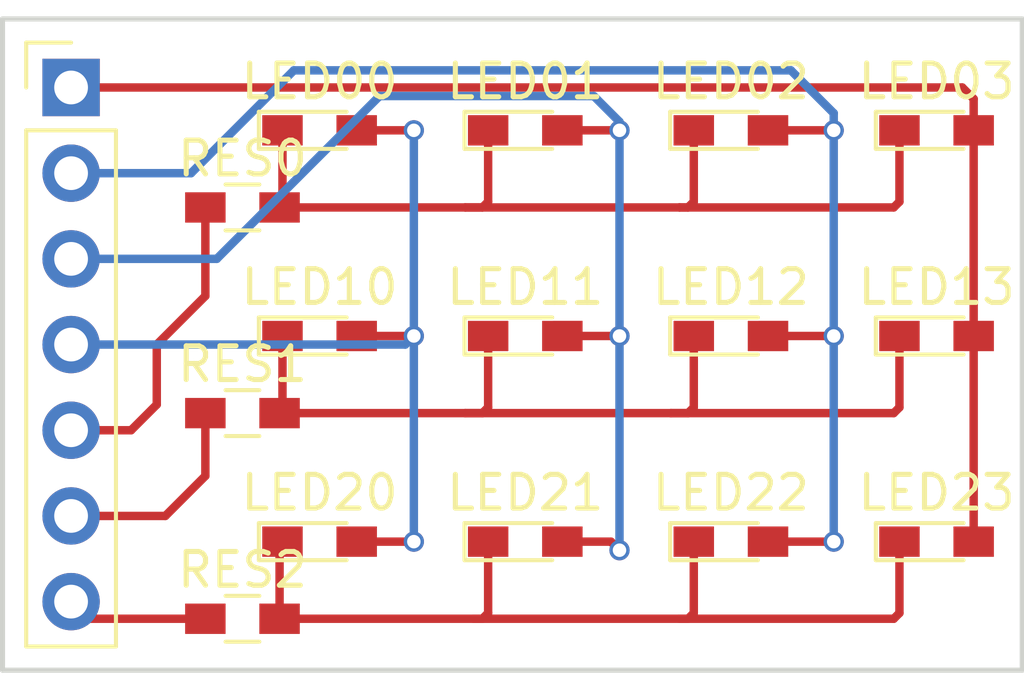
<source format=kicad_pcb>
(kicad_pcb (version 4) (host pcbnew 4.0.7-e2-6376~58~ubuntu16.04.1)

  (general
    (links 0)
    (no_connects 0)
    (area 0 0 0 0)
    (thickness 1.6)
    (drawings 4)
    (tracks 90)
    (zones 0)
    (modules 16)
    (nets 1)
  )

  (page A4)
  (layers
    (0 F.Cu signal)
    (31 B.Cu signal)
    (32 B.Adhes user)
    (33 F.Adhes user)
    (34 B.Paste user)
    (35 F.Paste user)
    (36 B.SilkS user)
    (37 F.SilkS user)
    (38 B.Mask user)
    (39 F.Mask user)
    (40 Dwgs.User user)
    (41 Cmts.User user)
    (42 Eco1.User user)
    (43 Eco2.User user)
    (44 Edge.Cuts user)
    (45 Margin user)
    (46 B.CrtYd user)
    (47 F.CrtYd user)
    (48 B.Fab user)
    (49 F.Fab user)
  )

  (setup
    (last_trace_width 0.25)
    (trace_clearance 0.2)
    (zone_clearance 0.508)
    (zone_45_only no)
    (trace_min 0.2)
    (segment_width 0.2)
    (edge_width 0.15)
    (via_size 0.6)
    (via_drill 0.4)
    (via_min_size 0.4)
    (via_min_drill 0.3)
    (uvia_size 0.3)
    (uvia_drill 0.1)
    (uvias_allowed no)
    (uvia_min_size 0.2)
    (uvia_min_drill 0.1)
    (pcb_text_width 0.3)
    (pcb_text_size 1.5 1.5)
    (mod_edge_width 0.15)
    (mod_text_size 1 1)
    (mod_text_width 0.15)
    (pad_size 1.524 1.524)
    (pad_drill 0.762)
    (pad_to_mask_clearance 0.2)
    (aux_axis_origin 0 0)
    (visible_elements FFFFFF7F)
    (pcbplotparams
      (layerselection 0x00030_80000001)
      (usegerberextensions false)
      (excludeedgelayer true)
      (linewidth 0.150000)
      (plotframeref false)
      (viasonmask false)
      (mode 1)
      (useauxorigin false)
      (hpglpennumber 1)
      (hpglpenspeed 20)
      (hpglpendiameter 15)
      (hpglpenoverlay 2)
      (psnegative false)
      (psa4output false)
      (plotreference true)
      (plotvalue true)
      (plotinvisibletext false)
      (padsonsilk false)
      (subtractmaskfromsilk false)
      (outputformat 1)
      (mirror false)
      (drillshape 1)
      (scaleselection 1)
      (outputdirectory ""))
  )

  (net 0 "")

  (net_class Default "This is the default net class."
    (clearance 0.2)
    (trace_width 0.25)
    (via_dia 0.6)
    (via_drill 0.4)
    (uvia_dia 0.3)
    (uvia_drill 0.1)
  )

  (module LEDs:LED_0603_HandSoldering (layer F.Cu) (tedit 5A822E68) (tstamp 5A8258EC)
    (at 148.844 66.802)
    (descr "LED SMD 0603, hand soldering")
    (tags "LED 0603")
    (attr smd)
    (fp_text reference LED00 (at 0 -1.45) (layer F.SilkS)
      (effects (font (size 1 1) (thickness 0.15)))
    )
    (fp_text value "" (at 0 1.55) (layer F.Fab)
      (effects (font (size 1 1) (thickness 0.15)))
    )
    (fp_line (start -1.8 -0.55) (end -1.8 0.55) (layer F.SilkS) (width 0.12))
    (fp_line (start -0.2 -0.2) (end -0.2 0.2) (layer F.Fab) (width 0.1))
    (fp_line (start -0.15 0) (end 0.15 -0.2) (layer F.Fab) (width 0.1))
    (fp_line (start 0.15 0.2) (end -0.15 0) (layer F.Fab) (width 0.1))
    (fp_line (start 0.15 -0.2) (end 0.15 0.2) (layer F.Fab) (width 0.1))
    (fp_line (start 0.8 0.4) (end -0.8 0.4) (layer F.Fab) (width 0.1))
    (fp_line (start 0.8 -0.4) (end 0.8 0.4) (layer F.Fab) (width 0.1))
    (fp_line (start -0.8 -0.4) (end 0.8 -0.4) (layer F.Fab) (width 0.1))
    (fp_line (start -1.8 0.55) (end 0.8 0.55) (layer F.SilkS) (width 0.12))
    (fp_line (start -1.8 -0.55) (end 0.8 -0.55) (layer F.SilkS) (width 0.12))
    (fp_line (start -1.96 -0.7) (end 1.95 -0.7) (layer F.CrtYd) (width 0.05))
    (fp_line (start -1.96 -0.7) (end -1.96 0.7) (layer F.CrtYd) (width 0.05))
    (fp_line (start 1.95 0.7) (end 1.95 -0.7) (layer F.CrtYd) (width 0.05))
    (fp_line (start 1.95 0.7) (end -1.96 0.7) (layer F.CrtYd) (width 0.05))
    (fp_line (start -0.8 -0.4) (end -0.8 0.4) (layer F.Fab) (width 0.1))
    (pad 1 smd rect (at -1.1 0) (size 1.2 0.9) (layers F.Cu F.Paste F.Mask))
    (pad 2 smd rect (at 1.1 0) (size 1.2 0.9) (layers F.Cu F.Paste F.Mask))
    (model ${KISYS3DMOD}/LEDs.3dshapes/LED_0603.wrl
      (at (xyz 0 0 0))
      (scale (xyz 1 1 1))
      (rotate (xyz 0 0 180))
    )
  )

  (module LEDs:LED_0603_HandSoldering (layer F.Cu) (tedit 5A822E9C) (tstamp 5A825915)
    (at 154.94 66.802)
    (descr "LED SMD 0603, hand soldering")
    (tags "LED 0603")
    (attr smd)
    (fp_text reference LED01 (at 0 -1.45) (layer F.SilkS)
      (effects (font (size 1 1) (thickness 0.15)))
    )
    (fp_text value "" (at 0 1.55) (layer F.Fab)
      (effects (font (size 1 1) (thickness 0.15)))
    )
    (fp_line (start -1.8 -0.55) (end -1.8 0.55) (layer F.SilkS) (width 0.12))
    (fp_line (start -0.2 -0.2) (end -0.2 0.2) (layer F.Fab) (width 0.1))
    (fp_line (start -0.15 0) (end 0.15 -0.2) (layer F.Fab) (width 0.1))
    (fp_line (start 0.15 0.2) (end -0.15 0) (layer F.Fab) (width 0.1))
    (fp_line (start 0.15 -0.2) (end 0.15 0.2) (layer F.Fab) (width 0.1))
    (fp_line (start 0.8 0.4) (end -0.8 0.4) (layer F.Fab) (width 0.1))
    (fp_line (start 0.8 -0.4) (end 0.8 0.4) (layer F.Fab) (width 0.1))
    (fp_line (start -0.8 -0.4) (end 0.8 -0.4) (layer F.Fab) (width 0.1))
    (fp_line (start -1.8 0.55) (end 0.8 0.55) (layer F.SilkS) (width 0.12))
    (fp_line (start -1.8 -0.55) (end 0.8 -0.55) (layer F.SilkS) (width 0.12))
    (fp_line (start -1.96 -0.7) (end 1.95 -0.7) (layer F.CrtYd) (width 0.05))
    (fp_line (start -1.96 -0.7) (end -1.96 0.7) (layer F.CrtYd) (width 0.05))
    (fp_line (start 1.95 0.7) (end 1.95 -0.7) (layer F.CrtYd) (width 0.05))
    (fp_line (start 1.95 0.7) (end -1.96 0.7) (layer F.CrtYd) (width 0.05))
    (fp_line (start -0.8 -0.4) (end -0.8 0.4) (layer F.Fab) (width 0.1))
    (pad 1 smd rect (at -1.1 0) (size 1.2 0.9) (layers F.Cu F.Paste F.Mask))
    (pad 2 smd rect (at 1.1 0) (size 1.2 0.9) (layers F.Cu F.Paste F.Mask))
    (model ${KISYS3DMOD}/LEDs.3dshapes/LED_0603.wrl
      (at (xyz 0 0 0))
      (scale (xyz 1 1 1))
      (rotate (xyz 0 0 180))
    )
  )

  (module LEDs:LED_0603_HandSoldering (layer F.Cu) (tedit 5A822EBE) (tstamp 5A82593E)
    (at 161.036 66.802)
    (descr "LED SMD 0603, hand soldering")
    (tags "LED 0603")
    (attr smd)
    (fp_text reference LED02 (at 0 -1.45) (layer F.SilkS)
      (effects (font (size 1 1) (thickness 0.15)))
    )
    (fp_text value "" (at 0 1.55) (layer F.Fab)
      (effects (font (size 1 1) (thickness 0.15)))
    )
    (fp_line (start -1.8 -0.55) (end -1.8 0.55) (layer F.SilkS) (width 0.12))
    (fp_line (start -0.2 -0.2) (end -0.2 0.2) (layer F.Fab) (width 0.1))
    (fp_line (start -0.15 0) (end 0.15 -0.2) (layer F.Fab) (width 0.1))
    (fp_line (start 0.15 0.2) (end -0.15 0) (layer F.Fab) (width 0.1))
    (fp_line (start 0.15 -0.2) (end 0.15 0.2) (layer F.Fab) (width 0.1))
    (fp_line (start 0.8 0.4) (end -0.8 0.4) (layer F.Fab) (width 0.1))
    (fp_line (start 0.8 -0.4) (end 0.8 0.4) (layer F.Fab) (width 0.1))
    (fp_line (start -0.8 -0.4) (end 0.8 -0.4) (layer F.Fab) (width 0.1))
    (fp_line (start -1.8 0.55) (end 0.8 0.55) (layer F.SilkS) (width 0.12))
    (fp_line (start -1.8 -0.55) (end 0.8 -0.55) (layer F.SilkS) (width 0.12))
    (fp_line (start -1.96 -0.7) (end 1.95 -0.7) (layer F.CrtYd) (width 0.05))
    (fp_line (start -1.96 -0.7) (end -1.96 0.7) (layer F.CrtYd) (width 0.05))
    (fp_line (start 1.95 0.7) (end 1.95 -0.7) (layer F.CrtYd) (width 0.05))
    (fp_line (start 1.95 0.7) (end -1.96 0.7) (layer F.CrtYd) (width 0.05))
    (fp_line (start -0.8 -0.4) (end -0.8 0.4) (layer F.Fab) (width 0.1))
    (pad 1 smd rect (at -1.1 0) (size 1.2 0.9) (layers F.Cu F.Paste F.Mask))
    (pad 2 smd rect (at 1.1 0) (size 1.2 0.9) (layers F.Cu F.Paste F.Mask))
    (model ${KISYS3DMOD}/LEDs.3dshapes/LED_0603.wrl
      (at (xyz 0 0 0))
      (scale (xyz 1 1 1))
      (rotate (xyz 0 0 180))
    )
  )

  (module LEDs:LED_0603_HandSoldering (layer F.Cu) (tedit 5A822ED3) (tstamp 5A825967)
    (at 167.132 66.802)
    (descr "LED SMD 0603, hand soldering")
    (tags "LED 0603")
    (attr smd)
    (fp_text reference LED03 (at 0 -1.45) (layer F.SilkS)
      (effects (font (size 1 1) (thickness 0.15)))
    )
    (fp_text value "" (at 0 1.55) (layer F.Fab)
      (effects (font (size 1 1) (thickness 0.15)))
    )
    (fp_line (start -1.8 -0.55) (end -1.8 0.55) (layer F.SilkS) (width 0.12))
    (fp_line (start -0.2 -0.2) (end -0.2 0.2) (layer F.Fab) (width 0.1))
    (fp_line (start -0.15 0) (end 0.15 -0.2) (layer F.Fab) (width 0.1))
    (fp_line (start 0.15 0.2) (end -0.15 0) (layer F.Fab) (width 0.1))
    (fp_line (start 0.15 -0.2) (end 0.15 0.2) (layer F.Fab) (width 0.1))
    (fp_line (start 0.8 0.4) (end -0.8 0.4) (layer F.Fab) (width 0.1))
    (fp_line (start 0.8 -0.4) (end 0.8 0.4) (layer F.Fab) (width 0.1))
    (fp_line (start -0.8 -0.4) (end 0.8 -0.4) (layer F.Fab) (width 0.1))
    (fp_line (start -1.8 0.55) (end 0.8 0.55) (layer F.SilkS) (width 0.12))
    (fp_line (start -1.8 -0.55) (end 0.8 -0.55) (layer F.SilkS) (width 0.12))
    (fp_line (start -1.96 -0.7) (end 1.95 -0.7) (layer F.CrtYd) (width 0.05))
    (fp_line (start -1.96 -0.7) (end -1.96 0.7) (layer F.CrtYd) (width 0.05))
    (fp_line (start 1.95 0.7) (end 1.95 -0.7) (layer F.CrtYd) (width 0.05))
    (fp_line (start 1.95 0.7) (end -1.96 0.7) (layer F.CrtYd) (width 0.05))
    (fp_line (start -0.8 -0.4) (end -0.8 0.4) (layer F.Fab) (width 0.1))
    (pad 1 smd rect (at -1.1 0) (size 1.2 0.9) (layers F.Cu F.Paste F.Mask))
    (pad 2 smd rect (at 1.1 0) (size 1.2 0.9) (layers F.Cu F.Paste F.Mask))
    (model ${KISYS3DMOD}/LEDs.3dshapes/LED_0603.wrl
      (at (xyz 0 0 0))
      (scale (xyz 1 1 1))
      (rotate (xyz 0 0 180))
    )
  )

  (module LEDs:LED_0603_HandSoldering (layer F.Cu) (tedit 5A822EED) (tstamp 5A825990)
    (at 148.844 72.898)
    (descr "LED SMD 0603, hand soldering")
    (tags "LED 0603")
    (attr smd)
    (fp_text reference LED10 (at 0 -1.45) (layer F.SilkS)
      (effects (font (size 1 1) (thickness 0.15)))
    )
    (fp_text value "" (at 0 1.55) (layer F.Fab)
      (effects (font (size 1 1) (thickness 0.15)))
    )
    (fp_line (start -1.8 -0.55) (end -1.8 0.55) (layer F.SilkS) (width 0.12))
    (fp_line (start -0.2 -0.2) (end -0.2 0.2) (layer F.Fab) (width 0.1))
    (fp_line (start -0.15 0) (end 0.15 -0.2) (layer F.Fab) (width 0.1))
    (fp_line (start 0.15 0.2) (end -0.15 0) (layer F.Fab) (width 0.1))
    (fp_line (start 0.15 -0.2) (end 0.15 0.2) (layer F.Fab) (width 0.1))
    (fp_line (start 0.8 0.4) (end -0.8 0.4) (layer F.Fab) (width 0.1))
    (fp_line (start 0.8 -0.4) (end 0.8 0.4) (layer F.Fab) (width 0.1))
    (fp_line (start -0.8 -0.4) (end 0.8 -0.4) (layer F.Fab) (width 0.1))
    (fp_line (start -1.8 0.55) (end 0.8 0.55) (layer F.SilkS) (width 0.12))
    (fp_line (start -1.8 -0.55) (end 0.8 -0.55) (layer F.SilkS) (width 0.12))
    (fp_line (start -1.96 -0.7) (end 1.95 -0.7) (layer F.CrtYd) (width 0.05))
    (fp_line (start -1.96 -0.7) (end -1.96 0.7) (layer F.CrtYd) (width 0.05))
    (fp_line (start 1.95 0.7) (end 1.95 -0.7) (layer F.CrtYd) (width 0.05))
    (fp_line (start 1.95 0.7) (end -1.96 0.7) (layer F.CrtYd) (width 0.05))
    (fp_line (start -0.8 -0.4) (end -0.8 0.4) (layer F.Fab) (width 0.1))
    (pad 1 smd rect (at -1.1 0) (size 1.2 0.9) (layers F.Cu F.Paste F.Mask))
    (pad 2 smd rect (at 1.1 0) (size 1.2 0.9) (layers F.Cu F.Paste F.Mask))
    (model ${KISYS3DMOD}/LEDs.3dshapes/LED_0603.wrl
      (at (xyz 0 0 0))
      (scale (xyz 1 1 1))
      (rotate (xyz 0 0 180))
    )
  )

  (module LEDs:LED_0603_HandSoldering (layer F.Cu) (tedit 5A822F0F) (tstamp 5A8259B9)
    (at 154.94 72.898)
    (descr "LED SMD 0603, hand soldering")
    (tags "LED 0603")
    (attr smd)
    (fp_text reference LED11 (at 0 -1.45) (layer F.SilkS)
      (effects (font (size 1 1) (thickness 0.15)))
    )
    (fp_text value "" (at 0 1.55) (layer F.Fab)
      (effects (font (size 1 1) (thickness 0.15)))
    )
    (fp_line (start -1.8 -0.55) (end -1.8 0.55) (layer F.SilkS) (width 0.12))
    (fp_line (start -0.2 -0.2) (end -0.2 0.2) (layer F.Fab) (width 0.1))
    (fp_line (start -0.15 0) (end 0.15 -0.2) (layer F.Fab) (width 0.1))
    (fp_line (start 0.15 0.2) (end -0.15 0) (layer F.Fab) (width 0.1))
    (fp_line (start 0.15 -0.2) (end 0.15 0.2) (layer F.Fab) (width 0.1))
    (fp_line (start 0.8 0.4) (end -0.8 0.4) (layer F.Fab) (width 0.1))
    (fp_line (start 0.8 -0.4) (end 0.8 0.4) (layer F.Fab) (width 0.1))
    (fp_line (start -0.8 -0.4) (end 0.8 -0.4) (layer F.Fab) (width 0.1))
    (fp_line (start -1.8 0.55) (end 0.8 0.55) (layer F.SilkS) (width 0.12))
    (fp_line (start -1.8 -0.55) (end 0.8 -0.55) (layer F.SilkS) (width 0.12))
    (fp_line (start -1.96 -0.7) (end 1.95 -0.7) (layer F.CrtYd) (width 0.05))
    (fp_line (start -1.96 -0.7) (end -1.96 0.7) (layer F.CrtYd) (width 0.05))
    (fp_line (start 1.95 0.7) (end 1.95 -0.7) (layer F.CrtYd) (width 0.05))
    (fp_line (start 1.95 0.7) (end -1.96 0.7) (layer F.CrtYd) (width 0.05))
    (fp_line (start -0.8 -0.4) (end -0.8 0.4) (layer F.Fab) (width 0.1))
    (pad 1 smd rect (at -1.1 0) (size 1.2 0.9) (layers F.Cu F.Paste F.Mask))
    (pad 2 smd rect (at 1.1 0) (size 1.2 0.9) (layers F.Cu F.Paste F.Mask))
    (model ${KISYS3DMOD}/LEDs.3dshapes/LED_0603.wrl
      (at (xyz 0 0 0))
      (scale (xyz 1 1 1))
      (rotate (xyz 0 0 180))
    )
  )

  (module LEDs:LED_0603_HandSoldering (layer F.Cu) (tedit 5A822F28) (tstamp 5A8259E2)
    (at 161.036 72.898)
    (descr "LED SMD 0603, hand soldering")
    (tags "LED 0603")
    (attr smd)
    (fp_text reference LED12 (at 0 -1.45) (layer F.SilkS)
      (effects (font (size 1 1) (thickness 0.15)))
    )
    (fp_text value "" (at 0 1.55) (layer F.Fab)
      (effects (font (size 1 1) (thickness 0.15)))
    )
    (fp_line (start -1.8 -0.55) (end -1.8 0.55) (layer F.SilkS) (width 0.12))
    (fp_line (start -0.2 -0.2) (end -0.2 0.2) (layer F.Fab) (width 0.1))
    (fp_line (start -0.15 0) (end 0.15 -0.2) (layer F.Fab) (width 0.1))
    (fp_line (start 0.15 0.2) (end -0.15 0) (layer F.Fab) (width 0.1))
    (fp_line (start 0.15 -0.2) (end 0.15 0.2) (layer F.Fab) (width 0.1))
    (fp_line (start 0.8 0.4) (end -0.8 0.4) (layer F.Fab) (width 0.1))
    (fp_line (start 0.8 -0.4) (end 0.8 0.4) (layer F.Fab) (width 0.1))
    (fp_line (start -0.8 -0.4) (end 0.8 -0.4) (layer F.Fab) (width 0.1))
    (fp_line (start -1.8 0.55) (end 0.8 0.55) (layer F.SilkS) (width 0.12))
    (fp_line (start -1.8 -0.55) (end 0.8 -0.55) (layer F.SilkS) (width 0.12))
    (fp_line (start -1.96 -0.7) (end 1.95 -0.7) (layer F.CrtYd) (width 0.05))
    (fp_line (start -1.96 -0.7) (end -1.96 0.7) (layer F.CrtYd) (width 0.05))
    (fp_line (start 1.95 0.7) (end 1.95 -0.7) (layer F.CrtYd) (width 0.05))
    (fp_line (start 1.95 0.7) (end -1.96 0.7) (layer F.CrtYd) (width 0.05))
    (fp_line (start -0.8 -0.4) (end -0.8 0.4) (layer F.Fab) (width 0.1))
    (pad 1 smd rect (at -1.1 0) (size 1.2 0.9) (layers F.Cu F.Paste F.Mask))
    (pad 2 smd rect (at 1.1 0) (size 1.2 0.9) (layers F.Cu F.Paste F.Mask))
    (model ${KISYS3DMOD}/LEDs.3dshapes/LED_0603.wrl
      (at (xyz 0 0 0))
      (scale (xyz 1 1 1))
      (rotate (xyz 0 0 180))
    )
  )

  (module LEDs:LED_0603_HandSoldering (layer F.Cu) (tedit 5A822F3D) (tstamp 5A825A0B)
    (at 167.132 72.898)
    (descr "LED SMD 0603, hand soldering")
    (tags "LED 0603")
    (attr smd)
    (fp_text reference LED13 (at 0 -1.45) (layer F.SilkS)
      (effects (font (size 1 1) (thickness 0.15)))
    )
    (fp_text value "" (at 0 1.55) (layer F.Fab)
      (effects (font (size 1 1) (thickness 0.15)))
    )
    (fp_line (start -1.8 -0.55) (end -1.8 0.55) (layer F.SilkS) (width 0.12))
    (fp_line (start -0.2 -0.2) (end -0.2 0.2) (layer F.Fab) (width 0.1))
    (fp_line (start -0.15 0) (end 0.15 -0.2) (layer F.Fab) (width 0.1))
    (fp_line (start 0.15 0.2) (end -0.15 0) (layer F.Fab) (width 0.1))
    (fp_line (start 0.15 -0.2) (end 0.15 0.2) (layer F.Fab) (width 0.1))
    (fp_line (start 0.8 0.4) (end -0.8 0.4) (layer F.Fab) (width 0.1))
    (fp_line (start 0.8 -0.4) (end 0.8 0.4) (layer F.Fab) (width 0.1))
    (fp_line (start -0.8 -0.4) (end 0.8 -0.4) (layer F.Fab) (width 0.1))
    (fp_line (start -1.8 0.55) (end 0.8 0.55) (layer F.SilkS) (width 0.12))
    (fp_line (start -1.8 -0.55) (end 0.8 -0.55) (layer F.SilkS) (width 0.12))
    (fp_line (start -1.96 -0.7) (end 1.95 -0.7) (layer F.CrtYd) (width 0.05))
    (fp_line (start -1.96 -0.7) (end -1.96 0.7) (layer F.CrtYd) (width 0.05))
    (fp_line (start 1.95 0.7) (end 1.95 -0.7) (layer F.CrtYd) (width 0.05))
    (fp_line (start 1.95 0.7) (end -1.96 0.7) (layer F.CrtYd) (width 0.05))
    (fp_line (start -0.8 -0.4) (end -0.8 0.4) (layer F.Fab) (width 0.1))
    (pad 1 smd rect (at -1.1 0) (size 1.2 0.9) (layers F.Cu F.Paste F.Mask))
    (pad 2 smd rect (at 1.1 0) (size 1.2 0.9) (layers F.Cu F.Paste F.Mask))
    (model ${KISYS3DMOD}/LEDs.3dshapes/LED_0603.wrl
      (at (xyz 0 0 0))
      (scale (xyz 1 1 1))
      (rotate (xyz 0 0 180))
    )
  )

  (module LEDs:LED_0603_HandSoldering (layer F.Cu) (tedit 5A822F96) (tstamp 5A825A34)
    (at 167.132 78.994)
    (descr "LED SMD 0603, hand soldering")
    (tags "LED 0603")
    (attr smd)
    (fp_text reference LED23 (at 0 -1.45) (layer F.SilkS)
      (effects (font (size 1 1) (thickness 0.15)))
    )
    (fp_text value "" (at 0 1.55) (layer F.Fab)
      (effects (font (size 1 1) (thickness 0.15)))
    )
    (fp_line (start -1.8 -0.55) (end -1.8 0.55) (layer F.SilkS) (width 0.12))
    (fp_line (start -0.2 -0.2) (end -0.2 0.2) (layer F.Fab) (width 0.1))
    (fp_line (start -0.15 0) (end 0.15 -0.2) (layer F.Fab) (width 0.1))
    (fp_line (start 0.15 0.2) (end -0.15 0) (layer F.Fab) (width 0.1))
    (fp_line (start 0.15 -0.2) (end 0.15 0.2) (layer F.Fab) (width 0.1))
    (fp_line (start 0.8 0.4) (end -0.8 0.4) (layer F.Fab) (width 0.1))
    (fp_line (start 0.8 -0.4) (end 0.8 0.4) (layer F.Fab) (width 0.1))
    (fp_line (start -0.8 -0.4) (end 0.8 -0.4) (layer F.Fab) (width 0.1))
    (fp_line (start -1.8 0.55) (end 0.8 0.55) (layer F.SilkS) (width 0.12))
    (fp_line (start -1.8 -0.55) (end 0.8 -0.55) (layer F.SilkS) (width 0.12))
    (fp_line (start -1.96 -0.7) (end 1.95 -0.7) (layer F.CrtYd) (width 0.05))
    (fp_line (start -1.96 -0.7) (end -1.96 0.7) (layer F.CrtYd) (width 0.05))
    (fp_line (start 1.95 0.7) (end 1.95 -0.7) (layer F.CrtYd) (width 0.05))
    (fp_line (start 1.95 0.7) (end -1.96 0.7) (layer F.CrtYd) (width 0.05))
    (fp_line (start -0.8 -0.4) (end -0.8 0.4) (layer F.Fab) (width 0.1))
    (pad 1 smd rect (at -1.1 0) (size 1.2 0.9) (layers F.Cu F.Paste F.Mask))
    (pad 2 smd rect (at 1.1 0) (size 1.2 0.9) (layers F.Cu F.Paste F.Mask))
    (model ${KISYS3DMOD}/LEDs.3dshapes/LED_0603.wrl
      (at (xyz 0 0 0))
      (scale (xyz 1 1 1))
      (rotate (xyz 0 0 180))
    )
  )

  (module LEDs:LED_0603_HandSoldering (layer F.Cu) (tedit 5A822F81) (tstamp 5A825A5D)
    (at 161.036 78.994)
    (descr "LED SMD 0603, hand soldering")
    (tags "LED 0603")
    (attr smd)
    (fp_text reference LED22 (at 0 -1.45) (layer F.SilkS)
      (effects (font (size 1 1) (thickness 0.15)))
    )
    (fp_text value "" (at 0 1.55) (layer F.Fab)
      (effects (font (size 1 1) (thickness 0.15)))
    )
    (fp_line (start -1.8 -0.55) (end -1.8 0.55) (layer F.SilkS) (width 0.12))
    (fp_line (start -0.2 -0.2) (end -0.2 0.2) (layer F.Fab) (width 0.1))
    (fp_line (start -0.15 0) (end 0.15 -0.2) (layer F.Fab) (width 0.1))
    (fp_line (start 0.15 0.2) (end -0.15 0) (layer F.Fab) (width 0.1))
    (fp_line (start 0.15 -0.2) (end 0.15 0.2) (layer F.Fab) (width 0.1))
    (fp_line (start 0.8 0.4) (end -0.8 0.4) (layer F.Fab) (width 0.1))
    (fp_line (start 0.8 -0.4) (end 0.8 0.4) (layer F.Fab) (width 0.1))
    (fp_line (start -0.8 -0.4) (end 0.8 -0.4) (layer F.Fab) (width 0.1))
    (fp_line (start -1.8 0.55) (end 0.8 0.55) (layer F.SilkS) (width 0.12))
    (fp_line (start -1.8 -0.55) (end 0.8 -0.55) (layer F.SilkS) (width 0.12))
    (fp_line (start -1.96 -0.7) (end 1.95 -0.7) (layer F.CrtYd) (width 0.05))
    (fp_line (start -1.96 -0.7) (end -1.96 0.7) (layer F.CrtYd) (width 0.05))
    (fp_line (start 1.95 0.7) (end 1.95 -0.7) (layer F.CrtYd) (width 0.05))
    (fp_line (start 1.95 0.7) (end -1.96 0.7) (layer F.CrtYd) (width 0.05))
    (fp_line (start -0.8 -0.4) (end -0.8 0.4) (layer F.Fab) (width 0.1))
    (pad 1 smd rect (at -1.1 0) (size 1.2 0.9) (layers F.Cu F.Paste F.Mask))
    (pad 2 smd rect (at 1.1 0) (size 1.2 0.9) (layers F.Cu F.Paste F.Mask))
    (model ${KISYS3DMOD}/LEDs.3dshapes/LED_0603.wrl
      (at (xyz 0 0 0))
      (scale (xyz 1 1 1))
      (rotate (xyz 0 0 180))
    )
  )

  (module LEDs:LED_0603_HandSoldering (layer F.Cu) (tedit 5A822F6E) (tstamp 5A825A86)
    (at 154.94 78.994)
    (descr "LED SMD 0603, hand soldering")
    (tags "LED 0603")
    (attr smd)
    (fp_text reference LED21 (at 0 -1.45) (layer F.SilkS)
      (effects (font (size 1 1) (thickness 0.15)))
    )
    (fp_text value "" (at 0 1.55) (layer F.Fab)
      (effects (font (size 1 1) (thickness 0.15)))
    )
    (fp_line (start -1.8 -0.55) (end -1.8 0.55) (layer F.SilkS) (width 0.12))
    (fp_line (start -0.2 -0.2) (end -0.2 0.2) (layer F.Fab) (width 0.1))
    (fp_line (start -0.15 0) (end 0.15 -0.2) (layer F.Fab) (width 0.1))
    (fp_line (start 0.15 0.2) (end -0.15 0) (layer F.Fab) (width 0.1))
    (fp_line (start 0.15 -0.2) (end 0.15 0.2) (layer F.Fab) (width 0.1))
    (fp_line (start 0.8 0.4) (end -0.8 0.4) (layer F.Fab) (width 0.1))
    (fp_line (start 0.8 -0.4) (end 0.8 0.4) (layer F.Fab) (width 0.1))
    (fp_line (start -0.8 -0.4) (end 0.8 -0.4) (layer F.Fab) (width 0.1))
    (fp_line (start -1.8 0.55) (end 0.8 0.55) (layer F.SilkS) (width 0.12))
    (fp_line (start -1.8 -0.55) (end 0.8 -0.55) (layer F.SilkS) (width 0.12))
    (fp_line (start -1.96 -0.7) (end 1.95 -0.7) (layer F.CrtYd) (width 0.05))
    (fp_line (start -1.96 -0.7) (end -1.96 0.7) (layer F.CrtYd) (width 0.05))
    (fp_line (start 1.95 0.7) (end 1.95 -0.7) (layer F.CrtYd) (width 0.05))
    (fp_line (start 1.95 0.7) (end -1.96 0.7) (layer F.CrtYd) (width 0.05))
    (fp_line (start -0.8 -0.4) (end -0.8 0.4) (layer F.Fab) (width 0.1))
    (pad 1 smd rect (at -1.1 0) (size 1.2 0.9) (layers F.Cu F.Paste F.Mask))
    (pad 2 smd rect (at 1.1 0) (size 1.2 0.9) (layers F.Cu F.Paste F.Mask))
    (model ${KISYS3DMOD}/LEDs.3dshapes/LED_0603.wrl
      (at (xyz 0 0 0))
      (scale (xyz 1 1 1))
      (rotate (xyz 0 0 180))
    )
  )

  (module LEDs:LED_0603_HandSoldering (layer F.Cu) (tedit 5A822F5A) (tstamp 5A825AAF)
    (at 148.844 78.994)
    (descr "LED SMD 0603, hand soldering")
    (tags "LED 0603")
    (attr smd)
    (fp_text reference LED20 (at 0 -1.45) (layer F.SilkS)
      (effects (font (size 1 1) (thickness 0.15)))
    )
    (fp_text value "" (at 0 1.55) (layer F.Fab)
      (effects (font (size 1 1) (thickness 0.15)))
    )
    (fp_line (start -1.8 -0.55) (end -1.8 0.55) (layer F.SilkS) (width 0.12))
    (fp_line (start -0.2 -0.2) (end -0.2 0.2) (layer F.Fab) (width 0.1))
    (fp_line (start -0.15 0) (end 0.15 -0.2) (layer F.Fab) (width 0.1))
    (fp_line (start 0.15 0.2) (end -0.15 0) (layer F.Fab) (width 0.1))
    (fp_line (start 0.15 -0.2) (end 0.15 0.2) (layer F.Fab) (width 0.1))
    (fp_line (start 0.8 0.4) (end -0.8 0.4) (layer F.Fab) (width 0.1))
    (fp_line (start 0.8 -0.4) (end 0.8 0.4) (layer F.Fab) (width 0.1))
    (fp_line (start -0.8 -0.4) (end 0.8 -0.4) (layer F.Fab) (width 0.1))
    (fp_line (start -1.8 0.55) (end 0.8 0.55) (layer F.SilkS) (width 0.12))
    (fp_line (start -1.8 -0.55) (end 0.8 -0.55) (layer F.SilkS) (width 0.12))
    (fp_line (start -1.96 -0.7) (end 1.95 -0.7) (layer F.CrtYd) (width 0.05))
    (fp_line (start -1.96 -0.7) (end -1.96 0.7) (layer F.CrtYd) (width 0.05))
    (fp_line (start 1.95 0.7) (end 1.95 -0.7) (layer F.CrtYd) (width 0.05))
    (fp_line (start 1.95 0.7) (end -1.96 0.7) (layer F.CrtYd) (width 0.05))
    (fp_line (start -0.8 -0.4) (end -0.8 0.4) (layer F.Fab) (width 0.1))
    (pad 1 smd rect (at -1.1 0) (size 1.2 0.9) (layers F.Cu F.Paste F.Mask))
    (pad 2 smd rect (at 1.1 0) (size 1.2 0.9) (layers F.Cu F.Paste F.Mask))
    (model ${KISYS3DMOD}/LEDs.3dshapes/LED_0603.wrl
      (at (xyz 0 0 0))
      (scale (xyz 1 1 1))
      (rotate (xyz 0 0 180))
    )
  )

  (module Pin_Headers:Pin_Header_Straight_1x07_Pitch2.54mm (layer F.Cu) (tedit 5A8234EB) (tstamp 5A87FD2B)
    (at 141.478 65.532)
    (descr "Through hole straight pin header, 1x07, 2.54mm pitch, single row")
    (tags "Through hole pin header THT 1x07 2.54mm single row")
    (fp_text reference "" (at 0 -2.33) (layer F.SilkS)
      (effects (font (size 1 1) (thickness 0.15)))
    )
    (fp_text value "" (at 0 17.57) (layer F.Fab)
      (effects (font (size 1 1) (thickness 0.15)))
    )
    (fp_line (start -0.635 -1.27) (end 1.27 -1.27) (layer F.Fab) (width 0.1))
    (fp_line (start 1.27 -1.27) (end 1.27 16.51) (layer F.Fab) (width 0.1))
    (fp_line (start 1.27 16.51) (end -1.27 16.51) (layer F.Fab) (width 0.1))
    (fp_line (start -1.27 16.51) (end -1.27 -0.635) (layer F.Fab) (width 0.1))
    (fp_line (start -1.27 -0.635) (end -0.635 -1.27) (layer F.Fab) (width 0.1))
    (fp_line (start -1.33 16.57) (end 1.33 16.57) (layer F.SilkS) (width 0.12))
    (fp_line (start -1.33 1.27) (end -1.33 16.57) (layer F.SilkS) (width 0.12))
    (fp_line (start 1.33 1.27) (end 1.33 16.57) (layer F.SilkS) (width 0.12))
    (fp_line (start -1.33 1.27) (end 1.33 1.27) (layer F.SilkS) (width 0.12))
    (fp_line (start -1.33 0) (end -1.33 -1.33) (layer F.SilkS) (width 0.12))
    (fp_line (start -1.33 -1.33) (end 0 -1.33) (layer F.SilkS) (width 0.12))
    (fp_line (start -1.8 -1.8) (end -1.8 17.05) (layer F.CrtYd) (width 0.05))
    (fp_line (start -1.8 17.05) (end 1.8 17.05) (layer F.CrtYd) (width 0.05))
    (fp_line (start 1.8 17.05) (end 1.8 -1.8) (layer F.CrtYd) (width 0.05))
    (fp_line (start 1.8 -1.8) (end -1.8 -1.8) (layer F.CrtYd) (width 0.05))
    (fp_text user %R (at 0 7.62 90) (layer F.Fab)
      (effects (font (size 1 1) (thickness 0.15)))
    )
    (pad 1 thru_hole rect (at 0 0) (size 1.7 1.7) (drill 1) (layers *.Cu *.Mask))
    (pad 2 thru_hole oval (at 0 2.54) (size 1.7 1.7) (drill 1) (layers *.Cu *.Mask))
    (pad 3 thru_hole oval (at 0 5.08) (size 1.7 1.7) (drill 1) (layers *.Cu *.Mask))
    (pad 4 thru_hole oval (at 0 7.62) (size 1.7 1.7) (drill 1) (layers *.Cu *.Mask))
    (pad 5 thru_hole oval (at 0 10.16) (size 1.7 1.7) (drill 1) (layers *.Cu *.Mask))
    (pad 6 thru_hole oval (at 0 12.7) (size 1.7 1.7) (drill 1) (layers *.Cu *.Mask))
    (pad 7 thru_hole oval (at 0 15.24) (size 1.7 1.7) (drill 1) (layers *.Cu *.Mask))
    (model ${KISYS3DMOD}/Pin_Headers.3dshapes/Pin_Header_Straight_1x07_Pitch2.54mm.wrl
      (at (xyz 0 0 0))
      (scale (xyz 1 1 1))
      (rotate (xyz 0 0 0))
    )
  )

  (module Resistors_SMD:R_0603_HandSoldering (layer F.Cu) (tedit 5A8234DC) (tstamp 5A87FD95)
    (at 146.558 81.28)
    (descr "Resistor SMD 0603, hand soldering")
    (tags "resistor 0603")
    (attr smd)
    (fp_text reference RES2 (at 0 -1.45) (layer F.SilkS)
      (effects (font (size 1 1) (thickness 0.15)))
    )
    (fp_text value "" (at 0 1.55) (layer F.Fab)
      (effects (font (size 1 1) (thickness 0.15)))
    )
    (fp_text user "" (at 0 0) (layer F.Fab)
      (effects (font (size 0.4 0.4) (thickness 0.075)))
    )
    (fp_line (start -0.8 0.4) (end -0.8 -0.4) (layer F.Fab) (width 0.1))
    (fp_line (start 0.8 0.4) (end -0.8 0.4) (layer F.Fab) (width 0.1))
    (fp_line (start 0.8 -0.4) (end 0.8 0.4) (layer F.Fab) (width 0.1))
    (fp_line (start -0.8 -0.4) (end 0.8 -0.4) (layer F.Fab) (width 0.1))
    (fp_line (start 0.5 0.68) (end -0.5 0.68) (layer F.SilkS) (width 0.12))
    (fp_line (start -0.5 -0.68) (end 0.5 -0.68) (layer F.SilkS) (width 0.12))
    (fp_line (start -1.96 -0.7) (end 1.95 -0.7) (layer F.CrtYd) (width 0.05))
    (fp_line (start -1.96 -0.7) (end -1.96 0.7) (layer F.CrtYd) (width 0.05))
    (fp_line (start 1.95 0.7) (end 1.95 -0.7) (layer F.CrtYd) (width 0.05))
    (fp_line (start 1.95 0.7) (end -1.96 0.7) (layer F.CrtYd) (width 0.05))
    (pad 1 smd rect (at -1.1 0) (size 1.2 0.9) (layers F.Cu F.Paste F.Mask))
    (pad 2 smd rect (at 1.1 0) (size 1.2 0.9) (layers F.Cu F.Paste F.Mask))
    (model ${KISYS3DMOD}/Resistors_SMD.3dshapes/R_0603.wrl
      (at (xyz 0 0 0))
      (scale (xyz 1 1 1))
      (rotate (xyz 0 0 0))
    )
  )

  (module Resistors_SMD:R_0603_HandSoldering (layer F.Cu) (tedit 5A8234E2) (tstamp 5A87FDB8)
    (at 146.558 75.184)
    (descr "Resistor SMD 0603, hand soldering")
    (tags "resistor 0603")
    (attr smd)
    (fp_text reference RES1 (at 0 -1.45) (layer F.SilkS)
      (effects (font (size 1 1) (thickness 0.15)))
    )
    (fp_text value "" (at 0 1.55) (layer F.Fab)
      (effects (font (size 1 1) (thickness 0.15)))
    )
    (fp_text user "" (at 0 0) (layer F.Fab)
      (effects (font (size 0.4 0.4) (thickness 0.075)))
    )
    (fp_line (start -0.8 0.4) (end -0.8 -0.4) (layer F.Fab) (width 0.1))
    (fp_line (start 0.8 0.4) (end -0.8 0.4) (layer F.Fab) (width 0.1))
    (fp_line (start 0.8 -0.4) (end 0.8 0.4) (layer F.Fab) (width 0.1))
    (fp_line (start -0.8 -0.4) (end 0.8 -0.4) (layer F.Fab) (width 0.1))
    (fp_line (start 0.5 0.68) (end -0.5 0.68) (layer F.SilkS) (width 0.12))
    (fp_line (start -0.5 -0.68) (end 0.5 -0.68) (layer F.SilkS) (width 0.12))
    (fp_line (start -1.96 -0.7) (end 1.95 -0.7) (layer F.CrtYd) (width 0.05))
    (fp_line (start -1.96 -0.7) (end -1.96 0.7) (layer F.CrtYd) (width 0.05))
    (fp_line (start 1.95 0.7) (end 1.95 -0.7) (layer F.CrtYd) (width 0.05))
    (fp_line (start 1.95 0.7) (end -1.96 0.7) (layer F.CrtYd) (width 0.05))
    (pad 1 smd rect (at -1.1 0) (size 1.2 0.9) (layers F.Cu F.Paste F.Mask))
    (pad 2 smd rect (at 1.1 0) (size 1.2 0.9) (layers F.Cu F.Paste F.Mask))
    (model ${KISYS3DMOD}/Resistors_SMD.3dshapes/R_0603.wrl
      (at (xyz 0 0 0))
      (scale (xyz 1 1 1))
      (rotate (xyz 0 0 0))
    )
  )

  (module Resistors_SMD:R_0603_HandSoldering (layer F.Cu) (tedit 5A8234C3) (tstamp 5A87FDD9)
    (at 146.558 69.088)
    (descr "Resistor SMD 0603, hand soldering")
    (tags "resistor 0603")
    (attr smd)
    (fp_text reference RES0 (at 0 -1.45) (layer F.SilkS)
      (effects (font (size 1 1) (thickness 0.15)))
    )
    (fp_text value "" (at 0 1.55) (layer F.Fab)
      (effects (font (size 1 1) (thickness 0.15)))
    )
    (fp_text user "" (at 0 0) (layer F.Fab)
      (effects (font (size 0.4 0.4) (thickness 0.075)))
    )
    (fp_line (start -0.8 0.4) (end -0.8 -0.4) (layer F.Fab) (width 0.1))
    (fp_line (start 0.8 0.4) (end -0.8 0.4) (layer F.Fab) (width 0.1))
    (fp_line (start 0.8 -0.4) (end 0.8 0.4) (layer F.Fab) (width 0.1))
    (fp_line (start -0.8 -0.4) (end 0.8 -0.4) (layer F.Fab) (width 0.1))
    (fp_line (start 0.5 0.68) (end -0.5 0.68) (layer F.SilkS) (width 0.12))
    (fp_line (start -0.5 -0.68) (end 0.5 -0.68) (layer F.SilkS) (width 0.12))
    (fp_line (start -1.96 -0.7) (end 1.95 -0.7) (layer F.CrtYd) (width 0.05))
    (fp_line (start -1.96 -0.7) (end -1.96 0.7) (layer F.CrtYd) (width 0.05))
    (fp_line (start 1.95 0.7) (end 1.95 -0.7) (layer F.CrtYd) (width 0.05))
    (fp_line (start 1.95 0.7) (end -1.96 0.7) (layer F.CrtYd) (width 0.05))
    (pad 1 smd rect (at -1.1 0) (size 1.2 0.9) (layers F.Cu F.Paste F.Mask))
    (pad 2 smd rect (at 1.1 0) (size 1.2 0.9) (layers F.Cu F.Paste F.Mask))
    (model ${KISYS3DMOD}/Resistors_SMD.3dshapes/R_0603.wrl
      (at (xyz 0 0 0))
      (scale (xyz 1 1 1))
      (rotate (xyz 0 0 0))
    )
  )

  (gr_line (start 139.446 82.804) (end 139.446 63.5) (angle 90) (layer Edge.Cuts) (width 0.15))
  (gr_line (start 169.672 82.804) (end 139.446 82.804) (angle 90) (layer Edge.Cuts) (width 0.15))
  (gr_line (start 169.672 63.5) (end 169.672 82.804) (angle 90) (layer Edge.Cuts) (width 0.15))
  (gr_line (start 139.446 63.5) (end 169.672 63.5) (angle 90) (layer Edge.Cuts) (width 0.15))

  (segment (start 164.084 66.802) (end 164.084 66.294) (width 0.25) (layer B.Cu) (net 0))
  (segment (start 145.034 68.072) (end 141.478 68.072) (width 0.25) (layer B.Cu) (net 0) (tstamp 5A87FEF4))
  (segment (start 148.082 65.024) (end 145.034 68.072) (width 0.25) (layer B.Cu) (net 0) (tstamp 5A87FEF2))
  (segment (start 162.814 65.024) (end 148.082 65.024) (width 0.25) (layer B.Cu) (net 0) (tstamp 5A87FEF0))
  (segment (start 164.084 66.294) (end 162.814 65.024) (width 0.25) (layer B.Cu) (net 0) (tstamp 5A87FEEF))
  (segment (start 168.232 66.802) (end 168.232 65.87) (width 0.25) (layer F.Cu) (net 0))
  (segment (start 167.894 65.532) (end 141.478 65.532) (width 0.25) (layer F.Cu) (net 0) (tstamp 5A87FEEC))
  (segment (start 168.232 65.87) (end 167.894 65.532) (width 0.25) (layer F.Cu) (net 0) (tstamp 5A87FEEB))
  (segment (start 157.734 66.802) (end 157.734 66.548) (width 0.25) (layer B.Cu) (net 0))
  (segment (start 145.796 70.612) (end 141.478 70.612) (width 0.25) (layer B.Cu) (net 0) (tstamp 5A87FEDE))
  (segment (start 150.622 65.786) (end 145.796 70.612) (width 0.25) (layer B.Cu) (net 0) (tstamp 5A87FEDC))
  (segment (start 156.972 65.786) (end 150.622 65.786) (width 0.25) (layer B.Cu) (net 0) (tstamp 5A87FEDB))
  (segment (start 157.734 66.548) (end 156.972 65.786) (width 0.25) (layer B.Cu) (net 0) (tstamp 5A87FEDA))
  (segment (start 141.478 73.152) (end 151.384 73.152) (width 0.25) (layer B.Cu) (net 0))
  (segment (start 151.384 73.152) (end 151.638 72.898) (width 0.25) (layer B.Cu) (net 0) (tstamp 5A87FED8))
  (segment (start 145.458 69.088) (end 145.458 71.712) (width 0.25) (layer F.Cu) (net 0))
  (segment (start 143.256 75.692) (end 141.478 75.692) (width 0.25) (layer F.Cu) (net 0) (tstamp 5A87FED5))
  (segment (start 144.018 74.93) (end 143.256 75.692) (width 0.25) (layer F.Cu) (net 0) (tstamp 5A87FED4))
  (segment (start 144.018 73.152) (end 144.018 74.93) (width 0.25) (layer F.Cu) (net 0) (tstamp 5A87FED3))
  (segment (start 145.458 71.712) (end 144.018 73.152) (width 0.25) (layer F.Cu) (net 0) (tstamp 5A87FED1))
  (segment (start 166.032 72.898) (end 166.032 75.014) (width 0.25) (layer F.Cu) (net 0))
  (segment (start 165.862 75.184) (end 159.258 75.184) (width 0.25) (layer F.Cu) (net 0) (tstamp 5A87FECD))
  (segment (start 166.032 75.014) (end 165.862 75.184) (width 0.25) (layer F.Cu) (net 0) (tstamp 5A87FECC))
  (segment (start 159.936 72.898) (end 159.936 75.014) (width 0.25) (layer F.Cu) (net 0))
  (segment (start 159.766 75.184) (end 159.258 75.184) (width 0.25) (layer F.Cu) (net 0) (tstamp 5A87FEC7))
  (segment (start 159.258 75.184) (end 153.162 75.184) (width 0.25) (layer F.Cu) (net 0) (tstamp 5A87FECF))
  (segment (start 159.936 75.014) (end 159.766 75.184) (width 0.25) (layer F.Cu) (net 0) (tstamp 5A87FEC6))
  (segment (start 153.84 72.898) (end 153.84 75.014) (width 0.25) (layer F.Cu) (net 0))
  (segment (start 153.67 75.184) (end 153.162 75.184) (width 0.25) (layer F.Cu) (net 0) (tstamp 5A87FEC3))
  (segment (start 153.162 75.184) (end 147.658 75.184) (width 0.25) (layer F.Cu) (net 0) (tstamp 5A87FECA))
  (segment (start 153.84 75.014) (end 153.67 75.184) (width 0.25) (layer F.Cu) (net 0) (tstamp 5A87FEC2))
  (segment (start 166.032 66.802) (end 166.032 68.918) (width 0.25) (layer F.Cu) (net 0))
  (segment (start 165.862 69.088) (end 159.512 69.088) (width 0.25) (layer F.Cu) (net 0) (tstamp 5A87FEBE))
  (segment (start 166.032 68.918) (end 165.862 69.088) (width 0.25) (layer F.Cu) (net 0) (tstamp 5A87FEBD))
  (segment (start 159.936 66.802) (end 159.936 68.918) (width 0.25) (layer F.Cu) (net 0))
  (segment (start 159.766 69.088) (end 159.512 69.088) (width 0.25) (layer F.Cu) (net 0) (tstamp 5A87FEB7))
  (segment (start 159.512 69.088) (end 153.162 69.088) (width 0.25) (layer F.Cu) (net 0) (tstamp 5A87FEC0))
  (segment (start 159.936 68.918) (end 159.766 69.088) (width 0.25) (layer F.Cu) (net 0) (tstamp 5A87FEB6))
  (segment (start 153.84 66.802) (end 153.84 68.918) (width 0.25) (layer F.Cu) (net 0))
  (segment (start 153.67 69.088) (end 153.162 69.088) (width 0.25) (layer F.Cu) (net 0) (tstamp 5A87FEB3))
  (segment (start 153.162 69.088) (end 147.658 69.088) (width 0.25) (layer F.Cu) (net 0) (tstamp 5A87FEBA))
  (segment (start 153.84 68.918) (end 153.67 69.088) (width 0.25) (layer F.Cu) (net 0) (tstamp 5A87FEB2))
  (segment (start 147.744 66.802) (end 147.744 69.002) (width 0.25) (layer F.Cu) (net 0))
  (segment (start 147.744 69.002) (end 147.658 69.088) (width 0.25) (layer F.Cu) (net 0) (tstamp 5A87FEAF))
  (segment (start 149.944 78.994) (end 151.638 78.994) (width 0.25) (layer F.Cu) (net 0))
  (segment (start 151.638 78.994) (end 151.638 72.898) (width 0.25) (layer B.Cu) (net 0) (tstamp 5A87FEA9))
  (via (at 151.638 78.994) (size 0.6) (drill 0.4) (layers F.Cu B.Cu) (net 0))
  (segment (start 149.944 66.802) (end 151.638 66.802) (width 0.25) (layer F.Cu) (net 0))
  (via (at 151.638 66.802) (size 0.6) (drill 0.4) (layers F.Cu B.Cu) (net 0))
  (segment (start 151.638 66.802) (end 151.638 72.898) (width 0.25) (layer B.Cu) (net 0) (tstamp 5A87FEA0))
  (segment (start 151.638 72.898) (end 149.944 72.898) (width 0.25) (layer F.Cu) (net 0) (tstamp 5A87FEA3))
  (via (at 151.638 72.898) (size 0.6) (drill 0.4) (layers F.Cu B.Cu) (net 0))
  (segment (start 156.04 78.994) (end 157.48 78.994) (width 0.25) (layer F.Cu) (net 0))
  (segment (start 157.734 79.248) (end 157.734 72.898) (width 0.25) (layer B.Cu) (net 0) (tstamp 5A87FE9B))
  (via (at 157.734 79.248) (size 0.6) (drill 0.4) (layers F.Cu B.Cu) (net 0))
  (segment (start 157.48 78.994) (end 157.734 79.248) (width 0.25) (layer F.Cu) (net 0) (tstamp 5A87FE99))
  (segment (start 156.04 66.802) (end 157.734 66.802) (width 0.25) (layer F.Cu) (net 0))
  (via (at 157.734 66.802) (size 0.6) (drill 0.4) (layers F.Cu B.Cu) (net 0))
  (segment (start 157.734 66.802) (end 157.734 72.898) (width 0.25) (layer B.Cu) (net 0) (tstamp 5A87FE93))
  (segment (start 157.734 72.898) (end 156.04 72.898) (width 0.25) (layer F.Cu) (net 0) (tstamp 5A87FE96))
  (via (at 157.734 72.898) (size 0.6) (drill 0.4) (layers F.Cu B.Cu) (net 0))
  (segment (start 162.136 78.994) (end 164.084 78.994) (width 0.25) (layer F.Cu) (net 0))
  (segment (start 164.084 78.994) (end 164.084 72.898) (width 0.25) (layer B.Cu) (net 0) (tstamp 5A87FE8E))
  (via (at 164.084 78.994) (size 0.6) (drill 0.4) (layers F.Cu B.Cu) (net 0))
  (segment (start 162.136 66.802) (end 164.084 66.802) (width 0.25) (layer F.Cu) (net 0))
  (via (at 164.084 66.802) (size 0.6) (drill 0.4) (layers F.Cu B.Cu) (net 0))
  (segment (start 164.084 66.802) (end 164.084 72.898) (width 0.25) (layer B.Cu) (net 0) (tstamp 5A87FE86))
  (segment (start 164.084 72.898) (end 162.136 72.898) (width 0.25) (layer F.Cu) (net 0) (tstamp 5A87FE89))
  (via (at 164.084 72.898) (size 0.6) (drill 0.4) (layers F.Cu B.Cu) (net 0))
  (segment (start 145.458 75.184) (end 145.458 77.046) (width 0.25) (layer F.Cu) (net 0))
  (segment (start 144.272 78.232) (end 141.478 78.232) (width 0.25) (layer F.Cu) (net 0) (tstamp 5A87FE75))
  (segment (start 145.458 77.046) (end 144.272 78.232) (width 0.25) (layer F.Cu) (net 0) (tstamp 5A87FE73))
  (segment (start 145.458 81.28) (end 141.986 81.28) (width 0.25) (layer F.Cu) (net 0))
  (segment (start 141.986 81.28) (end 141.478 80.772) (width 0.25) (layer F.Cu) (net 0) (tstamp 5A87FE70))
  (segment (start 166.032 78.994) (end 166.032 81.11) (width 0.25) (layer F.Cu) (net 0))
  (segment (start 165.862 81.28) (end 159.512 81.28) (width 0.25) (layer F.Cu) (net 0) (tstamp 5A87FE6C))
  (segment (start 166.032 81.11) (end 165.862 81.28) (width 0.25) (layer F.Cu) (net 0) (tstamp 5A87FE6B))
  (segment (start 159.936 78.994) (end 159.936 81.11) (width 0.25) (layer F.Cu) (net 0))
  (segment (start 159.766 81.28) (end 159.512 81.28) (width 0.25) (layer F.Cu) (net 0) (tstamp 5A87FE67))
  (segment (start 159.512 81.28) (end 153.416 81.28) (width 0.25) (layer F.Cu) (net 0) (tstamp 5A87FE6E))
  (segment (start 159.936 81.11) (end 159.766 81.28) (width 0.25) (layer F.Cu) (net 0) (tstamp 5A87FE66))
  (segment (start 147.658 81.28) (end 153.416 81.28) (width 0.25) (layer F.Cu) (net 0))
  (segment (start 153.416 81.28) (end 153.67 81.28) (width 0.25) (layer F.Cu) (net 0) (tstamp 5A87FE69))
  (segment (start 153.84 81.11) (end 153.84 78.994) (width 0.25) (layer F.Cu) (net 0) (tstamp 5A87FE63))
  (segment (start 153.67 81.28) (end 153.84 81.11) (width 0.25) (layer F.Cu) (net 0) (tstamp 5A87FE62))
  (segment (start 147.744 72.898) (end 147.744 75.098) (width 0.25) (layer F.Cu) (net 0))
  (segment (start 147.744 75.098) (end 147.658 75.184) (width 0.25) (layer F.Cu) (net 0) (tstamp 5A87FE5B))
  (segment (start 147.658 81.28) (end 147.658 79.08) (width 0.25) (layer F.Cu) (net 0))
  (segment (start 147.658 79.08) (end 147.744 78.994) (width 0.25) (layer F.Cu) (net 0) (tstamp 5A87FE58))
  (segment (start 168.232 66.802) (end 168.232 78.994) (width 0.25) (layer F.Cu) (net 0))

)

</source>
